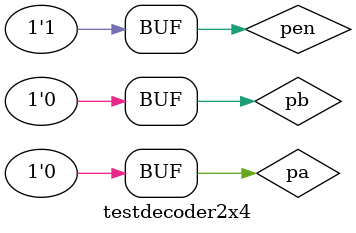
<source format=v>
`timescale 1ns/1ns

module testdecoder2x4;  // Test bench name shoule be put into Project -> Project Settings -> Simulation options -> DO file -> Testbench module name
    reg pa, pb, pen;
    wire [3:0] py;

decoder2x4 ul(pa, pb, pen, py); // Need to be put into Project -> Project Settings -> Simulation options -> DO file -> Top level instance name
    initial
        begin
            pa = 0;
            pb = 0;
            pen = 0;
            #5 pen = 1;
            #10 pa = 1;
            #5 pb = 1;
            #5 pa = 0;
            #10 pb = 0;
        end

initial
    $monitor("time=%t, a=%b, b=%b, en=%b, y=%b", $time, pa, pb, pen, py);
endmodule

</source>
